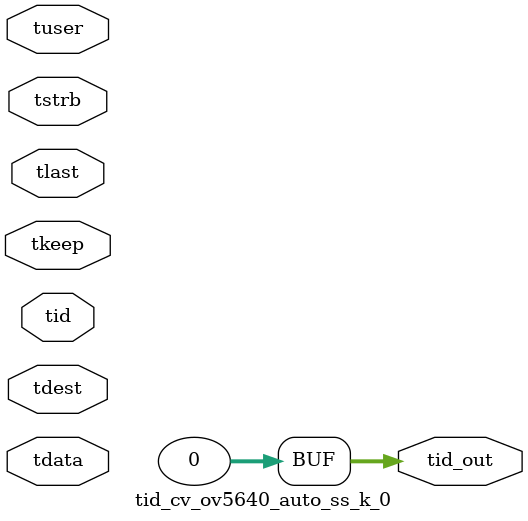
<source format=v>


`timescale 1ps/1ps

module tid_cv_ov5640_auto_ss_k_0 #
(
parameter C_S_AXIS_TID_WIDTH   = 1,
parameter C_S_AXIS_TUSER_WIDTH = 0,
parameter C_S_AXIS_TDATA_WIDTH = 0,
parameter C_S_AXIS_TDEST_WIDTH = 0,
parameter C_M_AXIS_TID_WIDTH   = 32
)
(
input  [(C_S_AXIS_TID_WIDTH   == 0 ? 1 : C_S_AXIS_TID_WIDTH)-1:0       ] tid,
input  [(C_S_AXIS_TDATA_WIDTH == 0 ? 1 : C_S_AXIS_TDATA_WIDTH)-1:0     ] tdata,
input  [(C_S_AXIS_TUSER_WIDTH == 0 ? 1 : C_S_AXIS_TUSER_WIDTH)-1:0     ] tuser,
input  [(C_S_AXIS_TDEST_WIDTH == 0 ? 1 : C_S_AXIS_TDEST_WIDTH)-1:0     ] tdest,
input  [(C_S_AXIS_TDATA_WIDTH/8)-1:0 ] tkeep,
input  [(C_S_AXIS_TDATA_WIDTH/8)-1:0 ] tstrb,
input                                                                    tlast,
output [(C_M_AXIS_TID_WIDTH   == 0 ? 1 : C_M_AXIS_TID_WIDTH)-1:0       ] tid_out
);

assign tid_out = {1'b0};

endmodule


</source>
